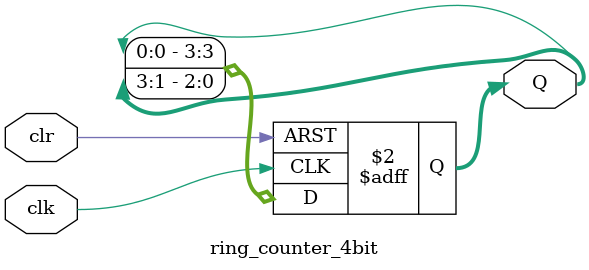
<source format=v>
module ring_counter_4bit(Q,clk,clr);
input clk,clr;
output reg [3:0]Q;

always @(posedge clk,posedge clr)begin
    if(clr) Q<=4'b1000;
    else begin
        Q[3]<=Q[0];
        Q[2]<=Q[3];
        Q[1]<=Q[2];
        Q[0]<=Q[1];
    end
end
endmodule
</source>
